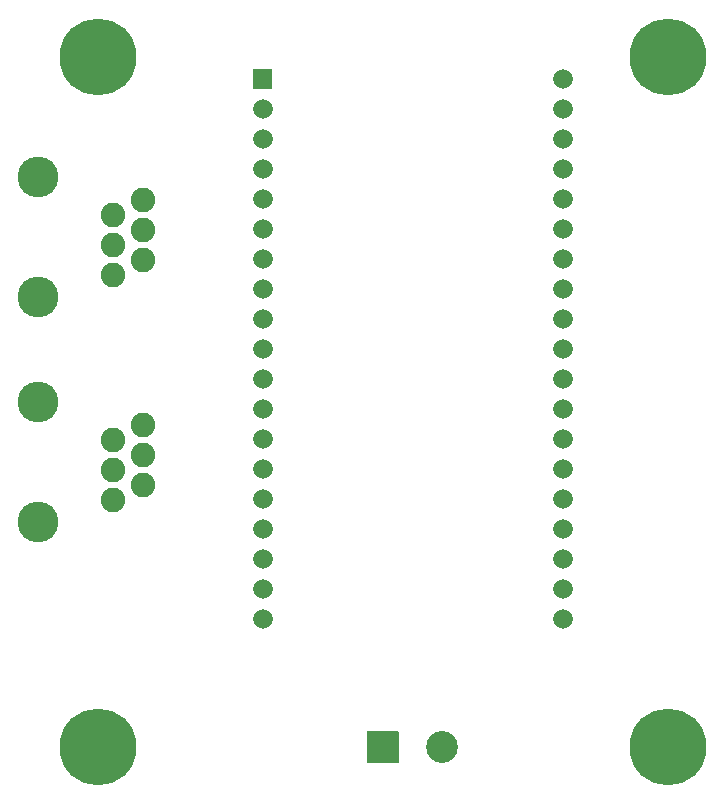
<source format=gbr>
%TF.GenerationSoftware,KiCad,Pcbnew,5.1.7-a382d34a8~88~ubuntu20.04.1*%
%TF.CreationDate,2021-03-16T20:42:08-04:00*%
%TF.ProjectId,weather_station,77656174-6865-4725-9f73-746174696f6e,rev?*%
%TF.SameCoordinates,Original*%
%TF.FileFunction,Soldermask,Bot*%
%TF.FilePolarity,Negative*%
%FSLAX46Y46*%
G04 Gerber Fmt 4.6, Leading zero omitted, Abs format (unit mm)*
G04 Created by KiCad (PCBNEW 5.1.7-a382d34a8~88~ubuntu20.04.1) date 2021-03-16 20:42:08*
%MOMM*%
%LPD*%
G01*
G04 APERTURE LIST*
%ADD10C,6.500000*%
%ADD11C,2.082800*%
%ADD12C,3.454400*%
%ADD13C,2.700000*%
%ADD14C,1.660000*%
G04 APERTURE END LIST*
D10*
%TO.C,H1*%
X113030000Y-64770000D03*
%TD*%
%TO.C,H2*%
X161290000Y-123190000D03*
%TD*%
%TO.C,H3*%
X161290000Y-64770000D03*
%TD*%
%TO.C,H4*%
X113030000Y-123190000D03*
%TD*%
D11*
%TO.C,J1*%
X116840000Y-76835000D03*
X114300000Y-78105000D03*
X116840000Y-79375000D03*
X114300000Y-80645000D03*
X116840000Y-81915000D03*
X114300000Y-83185000D03*
D12*
X107950000Y-74930000D03*
X107950000Y-85090000D03*
%TD*%
%TO.C,J2*%
X107950000Y-104140000D03*
X107950000Y-93980000D03*
D11*
X114300000Y-102235000D03*
X116840000Y-100965000D03*
X114300000Y-99695000D03*
X116840000Y-98425000D03*
X114300000Y-97155000D03*
X116840000Y-95885000D03*
%TD*%
%TO.C,J3*%
G36*
G01*
X135810000Y-124490000D02*
X135810000Y-121890000D01*
G75*
G02*
X135860000Y-121840000I50000J0D01*
G01*
X138460000Y-121840000D01*
G75*
G02*
X138510000Y-121890000I0J-50000D01*
G01*
X138510000Y-124490000D01*
G75*
G02*
X138460000Y-124540000I-50000J0D01*
G01*
X135860000Y-124540000D01*
G75*
G02*
X135810000Y-124490000I0J50000D01*
G01*
G37*
D13*
X142160000Y-123190000D03*
%TD*%
%TO.C,U2*%
G36*
G01*
X126170000Y-67380000D02*
X126170000Y-65820000D01*
G75*
G02*
X126220000Y-65770000I50000J0D01*
G01*
X127780000Y-65770000D01*
G75*
G02*
X127830000Y-65820000I0J-50000D01*
G01*
X127830000Y-67380000D01*
G75*
G02*
X127780000Y-67430000I-50000J0D01*
G01*
X126220000Y-67430000D01*
G75*
G02*
X126170000Y-67380000I0J50000D01*
G01*
G37*
D14*
X127000000Y-69140000D03*
X127000000Y-112320000D03*
X127000000Y-71680000D03*
X127000000Y-74220000D03*
X127000000Y-76760000D03*
X127000000Y-79300000D03*
X127000000Y-81840000D03*
X127000000Y-84380000D03*
X127000000Y-86920000D03*
X127000000Y-89460000D03*
X127000000Y-92000000D03*
X127000000Y-94540000D03*
X127000000Y-97080000D03*
X127000000Y-99620000D03*
X127000000Y-102160000D03*
X127000000Y-104700000D03*
X127000000Y-107240000D03*
X127000000Y-109780000D03*
X152400000Y-66600000D03*
X152400000Y-69140000D03*
X152400000Y-71680000D03*
X152400000Y-74220000D03*
X152400000Y-76760000D03*
X152400000Y-79300000D03*
X152400000Y-81840000D03*
X152400000Y-84380000D03*
X152400000Y-86920000D03*
X152400000Y-89460000D03*
X152400000Y-92000000D03*
X152400000Y-94540000D03*
X152400000Y-97080000D03*
X152400000Y-99620000D03*
X152400000Y-102160000D03*
X152400000Y-104700000D03*
X152400000Y-107240000D03*
X152400000Y-109780000D03*
X152400000Y-112320000D03*
%TD*%
M02*

</source>
